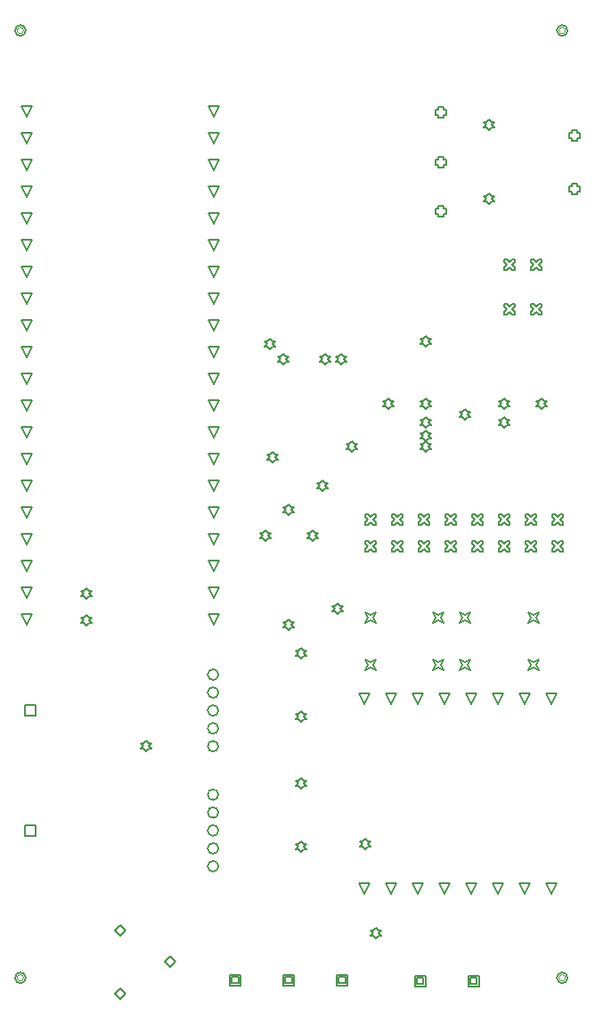
<source format=gbr>
%TF.GenerationSoftware,Altium Limited,Altium Designer,25.2.1 (25)*%
G04 Layer_Color=2752767*
%FSLAX43Y43*%
%MOMM*%
%TF.SameCoordinates,F457C3C9-6880-4064-B818-50B76E06CF19*%
%TF.FilePolarity,Positive*%
%TF.FileFunction,Drawing*%
%TF.Part,Single*%
G01*
G75*
%TA.AperFunction,NonConductor*%
%ADD61C,0.127*%
%ADD78C,0.169*%
%ADD79C,0.102*%
D61*
X47072Y3692D02*
Y4708D01*
X48088D01*
Y3692D01*
X47072D01*
X47275Y3895D02*
Y4505D01*
X47885D01*
Y3895D01*
X47275D01*
X41992Y3692D02*
Y4708D01*
X43008D01*
Y3692D01*
X41992D01*
X42195Y3895D02*
Y4505D01*
X42805D01*
Y3895D01*
X42195D01*
X24412Y3792D02*
Y4808D01*
X25428D01*
Y3792D01*
X24412D01*
X24615Y3995D02*
Y4605D01*
X25225D01*
Y3995D01*
X24615D01*
X29492Y3792D02*
Y4808D01*
X30508D01*
Y3792D01*
X29492D01*
X29695Y3995D02*
Y4605D01*
X30305D01*
Y3995D01*
X29695D01*
X34572Y3792D02*
Y4808D01*
X35588D01*
Y3792D01*
X34572D01*
X34775Y3995D02*
Y4605D01*
X35385D01*
Y3995D01*
X34775D01*
X4930Y17992D02*
Y19008D01*
X5945D01*
Y17992D01*
X4930D01*
Y29392D02*
Y30408D01*
X5945D01*
Y29392D01*
X4930D01*
X52482Y44992D02*
X52736D01*
X52990Y45246D01*
X53244Y44992D01*
X53498D01*
Y45246D01*
X53244Y45500D01*
X53498Y45754D01*
Y46008D01*
X53244D01*
X52990Y45754D01*
X52736Y46008D01*
X52482D01*
Y45754D01*
X52736Y45500D01*
X52482Y45246D01*
Y44992D01*
X55022D02*
X55276D01*
X55530Y45246D01*
X55784Y44992D01*
X56038D01*
Y45246D01*
X55784Y45500D01*
X56038Y45754D01*
Y46008D01*
X55784D01*
X55530Y45754D01*
X55276Y46008D01*
X55022D01*
Y45754D01*
X55276Y45500D01*
X55022Y45246D01*
Y44992D01*
X47402Y44992D02*
X47656D01*
X47910Y45246D01*
X48164Y44992D01*
X48418D01*
Y45246D01*
X48164Y45500D01*
X48418Y45754D01*
Y46008D01*
X48164D01*
X47910Y45754D01*
X47656Y46008D01*
X47402D01*
Y45754D01*
X47656Y45500D01*
X47402Y45246D01*
Y44992D01*
X49942D02*
X50196D01*
X50450Y45246D01*
X50704Y44992D01*
X50958D01*
Y45246D01*
X50704Y45500D01*
X50958Y45754D01*
Y46008D01*
X50704D01*
X50450Y45754D01*
X50196Y46008D01*
X49942D01*
Y45754D01*
X50196Y45500D01*
X49942Y45246D01*
Y44992D01*
X42322D02*
X42576D01*
X42830Y45246D01*
X43084Y44992D01*
X43338D01*
Y45246D01*
X43084Y45500D01*
X43338Y45754D01*
Y46008D01*
X43084D01*
X42830Y45754D01*
X42576Y46008D01*
X42322D01*
Y45754D01*
X42576Y45500D01*
X42322Y45246D01*
Y44992D01*
X44862D02*
X45116D01*
X45370Y45246D01*
X45624Y44992D01*
X45878D01*
Y45246D01*
X45624Y45500D01*
X45878Y45754D01*
Y46008D01*
X45624D01*
X45370Y45754D01*
X45116Y46008D01*
X44862D01*
Y45754D01*
X45116Y45500D01*
X44862Y45246D01*
Y44992D01*
X37242D02*
X37496D01*
X37750Y45246D01*
X38004Y44992D01*
X38258D01*
Y45246D01*
X38004Y45500D01*
X38258Y45754D01*
Y46008D01*
X38004D01*
X37750Y45754D01*
X37496Y46008D01*
X37242D01*
Y45754D01*
X37496Y45500D01*
X37242Y45246D01*
Y44992D01*
X39782D02*
X40036D01*
X40290Y45246D01*
X40544Y44992D01*
X40798D01*
Y45246D01*
X40544Y45500D01*
X40798Y45754D01*
Y46008D01*
X40544D01*
X40290Y45754D01*
X40036Y46008D01*
X39782D01*
Y45754D01*
X40036Y45500D01*
X39782Y45246D01*
Y44992D01*
X47402Y47532D02*
X47656D01*
X47910Y47786D01*
X48164Y47532D01*
X48418D01*
Y47786D01*
X48164Y48040D01*
X48418Y48294D01*
Y48548D01*
X48164D01*
X47910Y48294D01*
X47656Y48548D01*
X47402D01*
Y48294D01*
X47656Y48040D01*
X47402Y47786D01*
Y47532D01*
X44862Y47532D02*
X45116D01*
X45370Y47786D01*
X45624Y47532D01*
X45878D01*
Y47786D01*
X45624Y48040D01*
X45878Y48294D01*
Y48548D01*
X45624D01*
X45370Y48294D01*
X45116Y48548D01*
X44862D01*
Y48294D01*
X45116Y48040D01*
X44862Y47786D01*
Y47532D01*
X42322Y47532D02*
X42576D01*
X42830Y47786D01*
X43084Y47532D01*
X43338D01*
Y47786D01*
X43084Y48040D01*
X43338Y48294D01*
Y48548D01*
X43084D01*
X42830Y48294D01*
X42576Y48548D01*
X42322D01*
Y48294D01*
X42576Y48040D01*
X42322Y47786D01*
Y47532D01*
X39782D02*
X40036D01*
X40290Y47786D01*
X40544Y47532D01*
X40798D01*
Y47786D01*
X40544Y48040D01*
X40798Y48294D01*
Y48548D01*
X40544D01*
X40290Y48294D01*
X40036Y48548D01*
X39782D01*
Y48294D01*
X40036Y48040D01*
X39782Y47786D01*
Y47532D01*
X37242D02*
X37496D01*
X37750Y47786D01*
X38004Y47532D01*
X38258D01*
Y47786D01*
X38004Y48040D01*
X38258Y48294D01*
Y48548D01*
X38004D01*
X37750Y48294D01*
X37496Y48548D01*
X37242D01*
Y48294D01*
X37496Y48040D01*
X37242Y47786D01*
Y47532D01*
X49942Y47532D02*
X50196D01*
X50450Y47786D01*
X50704Y47532D01*
X50958D01*
Y47786D01*
X50704Y48040D01*
X50958Y48294D01*
Y48548D01*
X50704D01*
X50450Y48294D01*
X50196Y48548D01*
X49942D01*
Y48294D01*
X50196Y48040D01*
X49942Y47786D01*
Y47532D01*
X55022D02*
X55276D01*
X55530Y47786D01*
X55784Y47532D01*
X56038D01*
Y47786D01*
X55784Y48040D01*
X56038Y48294D01*
Y48548D01*
X55784D01*
X55530Y48294D01*
X55276Y48548D01*
X55022D01*
Y48294D01*
X55276Y48040D01*
X55022Y47786D01*
Y47532D01*
X52482D02*
X52736D01*
X52990Y47786D01*
X53244Y47532D01*
X53498D01*
Y47786D01*
X53244Y48040D01*
X53498Y48294D01*
Y48548D01*
X53244D01*
X52990Y48294D01*
X52736Y48548D01*
X52482D01*
Y48294D01*
X52736Y48040D01*
X52482Y47786D01*
Y47532D01*
X13492Y3000D02*
X14000Y3508D01*
X14508Y3000D01*
X14000Y2492D01*
X13492Y3000D01*
Y9000D02*
X14000Y9508D01*
X14508Y9000D01*
X14000Y8492D01*
X13492Y9000D01*
X18192Y6000D02*
X18700Y6508D01*
X19208Y6000D01*
X18700Y5492D01*
X18192Y6000D01*
X37220Y30472D02*
X36712Y31488D01*
X37728D01*
X37220Y30472D01*
X39760D02*
X39252Y31488D01*
X40268D01*
X39760Y30472D01*
X42300D02*
X41792Y31488D01*
X42808D01*
X42300Y30472D01*
X44840D02*
X44332Y31488D01*
X45348D01*
X44840Y30472D01*
X47380D02*
X46872Y31488D01*
X47888D01*
X47380Y30472D01*
X49920D02*
X49412Y31488D01*
X50428D01*
X49920Y30472D01*
X52460D02*
X51952Y31488D01*
X52968D01*
X52460Y30472D01*
X55000D02*
X54492Y31488D01*
X55508D01*
X55000Y30472D01*
X37220Y12492D02*
X36712Y13508D01*
X37728D01*
X37220Y12492D01*
X39760D02*
X39252Y13508D01*
X40268D01*
X39760Y12492D01*
X42300D02*
X41792Y13508D01*
X42808D01*
X42300Y12492D01*
X44840D02*
X44332Y13508D01*
X45348D01*
X44840Y12492D01*
X47380D02*
X46872Y13508D01*
X47888D01*
X47380Y12492D01*
X49920D02*
X49412Y13508D01*
X50428D01*
X49920Y12492D01*
X52460D02*
X51952Y13508D01*
X52968D01*
X52460Y12492D01*
X55000D02*
X54492Y13508D01*
X55508D01*
X55000Y12492D01*
X22890Y38082D02*
X22382Y39098D01*
X23398D01*
X22890Y38082D01*
Y40622D02*
X22382Y41638D01*
X23398D01*
X22890Y40622D01*
Y43162D02*
X22382Y44178D01*
X23398D01*
X22890Y43162D01*
Y45702D02*
X22382Y46718D01*
X23398D01*
X22890Y45702D01*
Y48242D02*
X22382Y49258D01*
X23398D01*
X22890Y48242D01*
Y50782D02*
X22382Y51798D01*
X23398D01*
X22890Y50782D01*
Y53322D02*
X22382Y54338D01*
X23398D01*
X22890Y53322D01*
Y55862D02*
X22382Y56878D01*
X23398D01*
X22890Y55862D01*
Y58402D02*
X22382Y59418D01*
X23398D01*
X22890Y58402D01*
Y60942D02*
X22382Y61958D01*
X23398D01*
X22890Y60942D01*
Y63482D02*
X22382Y64498D01*
X23398D01*
X22890Y63482D01*
Y66022D02*
X22382Y67038D01*
X23398D01*
X22890Y66022D01*
Y68562D02*
X22382Y69578D01*
X23398D01*
X22890Y68562D01*
Y71102D02*
X22382Y72118D01*
X23398D01*
X22890Y71102D01*
Y73642D02*
X22382Y74658D01*
X23398D01*
X22890Y73642D01*
Y76182D02*
X22382Y77198D01*
X23398D01*
X22890Y76182D01*
Y78722D02*
X22382Y79738D01*
X23398D01*
X22890Y78722D01*
Y81262D02*
X22382Y82278D01*
X23398D01*
X22890Y81262D01*
Y83802D02*
X22382Y84818D01*
X23398D01*
X22890Y83802D01*
Y86342D02*
X22382Y87358D01*
X23398D01*
X22890Y86342D01*
X5110D02*
X4602Y87358D01*
X5618D01*
X5110Y86342D01*
Y83802D02*
X4602Y84818D01*
X5618D01*
X5110Y83802D01*
Y81262D02*
X4602Y82278D01*
X5618D01*
X5110Y81262D01*
Y78722D02*
X4602Y79738D01*
X5618D01*
X5110Y78722D01*
Y76182D02*
X4602Y77198D01*
X5618D01*
X5110Y76182D01*
Y73642D02*
X4602Y74658D01*
X5618D01*
X5110Y73642D01*
Y71102D02*
X4602Y72118D01*
X5618D01*
X5110Y71102D01*
Y68562D02*
X4602Y69578D01*
X5618D01*
X5110Y68562D01*
Y66022D02*
X4602Y67038D01*
X5618D01*
X5110Y66022D01*
Y63482D02*
X4602Y64498D01*
X5618D01*
X5110Y63482D01*
Y60942D02*
X4602Y61958D01*
X5618D01*
X5110Y60942D01*
Y58402D02*
X4602Y59418D01*
X5618D01*
X5110Y58402D01*
Y55862D02*
X4602Y56878D01*
X5618D01*
X5110Y55862D01*
Y53322D02*
X4602Y54338D01*
X5618D01*
X5110Y53322D01*
Y50782D02*
X4602Y51798D01*
X5618D01*
X5110Y50782D01*
Y48242D02*
X4602Y49258D01*
X5618D01*
X5110Y48242D01*
Y45702D02*
X4602Y46718D01*
X5618D01*
X5110Y45702D01*
Y43162D02*
X4602Y44178D01*
X5618D01*
X5110Y43162D01*
Y40622D02*
X4602Y41638D01*
X5618D01*
X5110Y40622D01*
Y38082D02*
X4602Y39098D01*
X5618D01*
X5110Y38082D01*
X50492Y67492D02*
X50746D01*
X51000Y67746D01*
X51254Y67492D01*
X51508D01*
Y67746D01*
X51254Y68000D01*
X51508Y68254D01*
Y68508D01*
X51254D01*
X51000Y68254D01*
X50746Y68508D01*
X50492D01*
Y68254D01*
X50746Y68000D01*
X50492Y67746D01*
Y67492D01*
X53032D02*
X53286D01*
X53540Y67746D01*
X53794Y67492D01*
X54048D01*
Y67746D01*
X53794Y68000D01*
X54048Y68254D01*
Y68508D01*
X53794D01*
X53540Y68254D01*
X53286Y68508D01*
X53032D01*
Y68254D01*
X53286Y68000D01*
X53032Y67746D01*
Y67492D01*
X52742Y33742D02*
X52996Y34250D01*
X52742Y34758D01*
X53250Y34504D01*
X53758Y34758D01*
X53504Y34250D01*
X53758Y33742D01*
X53250Y33996D01*
X52742Y33742D01*
X46242D02*
X46496Y34250D01*
X46242Y34758D01*
X46750Y34504D01*
X47258Y34758D01*
X47004Y34250D01*
X47258Y33742D01*
X46750Y33996D01*
X46242Y33742D01*
X52742Y38242D02*
X52996Y38750D01*
X52742Y39258D01*
X53250Y39004D01*
X53758Y39258D01*
X53504Y38750D01*
X53758Y38242D01*
X53250Y38496D01*
X52742Y38242D01*
X46242D02*
X46496Y38750D01*
X46242Y39258D01*
X46750Y39004D01*
X47258Y39258D01*
X47004Y38750D01*
X47258Y38242D01*
X46750Y38496D01*
X46242Y38242D01*
X56946Y79206D02*
Y78952D01*
X57454D01*
Y79206D01*
X57708D01*
Y79714D01*
X57454D01*
Y79968D01*
X56946D01*
Y79714D01*
X56692D01*
Y79206D01*
X56946D01*
Y84286D02*
Y84032D01*
X57454D01*
Y84286D01*
X57708D01*
Y84794D01*
X57454D01*
Y85048D01*
X56946D01*
Y84794D01*
X56692D01*
Y84286D01*
X56946D01*
X44246Y77046D02*
Y76792D01*
X44754D01*
Y77046D01*
X45008D01*
Y77554D01*
X44754D01*
Y77808D01*
X44246D01*
Y77554D01*
X43992D01*
Y77046D01*
X44246D01*
Y81746D02*
Y81492D01*
X44754D01*
Y81746D01*
X45008D01*
Y82254D01*
X44754D01*
Y82508D01*
X44246D01*
Y82254D01*
X43992D01*
Y81746D01*
X44246D01*
Y86446D02*
Y86192D01*
X44754D01*
Y86446D01*
X45008D01*
Y86954D01*
X44754D01*
Y87208D01*
X44246D01*
Y86954D01*
X43992D01*
Y86446D01*
X44246D01*
X37242Y38242D02*
X37496Y38750D01*
X37242Y39258D01*
X37750Y39004D01*
X38258Y39258D01*
X38004Y38750D01*
X38258Y38242D01*
X37750Y38496D01*
X37242Y38242D01*
X43742D02*
X43996Y38750D01*
X43742Y39258D01*
X44250Y39004D01*
X44758Y39258D01*
X44504Y38750D01*
X44758Y38242D01*
X44250Y38496D01*
X43742Y38242D01*
X37242Y33742D02*
X37496Y34250D01*
X37242Y34758D01*
X37750Y34504D01*
X38258Y34758D01*
X38004Y34250D01*
X38258Y33742D01*
X37750Y33996D01*
X37242Y33742D01*
X43742D02*
X43996Y34250D01*
X43742Y34758D01*
X44250Y34504D01*
X44758Y34758D01*
X44504Y34250D01*
X44758Y33742D01*
X44250Y33996D01*
X43742Y33742D01*
X53032Y71742D02*
X53286D01*
X53540Y71996D01*
X53794Y71742D01*
X54048D01*
Y71996D01*
X53794Y72250D01*
X54048Y72504D01*
Y72758D01*
X53794D01*
X53540Y72504D01*
X53286Y72758D01*
X53032D01*
Y72504D01*
X53286Y72250D01*
X53032Y71996D01*
Y71742D01*
X50492D02*
X50746D01*
X51000Y71996D01*
X51254Y71742D01*
X51508D01*
Y71996D01*
X51254Y72250D01*
X51508Y72504D01*
Y72758D01*
X51254D01*
X51000Y72504D01*
X50746Y72758D01*
X50492D01*
Y72504D01*
X50746Y72250D01*
X50492Y71996D01*
Y71742D01*
X49000Y84992D02*
X49254Y85246D01*
X49508D01*
X49254Y85500D01*
X49508Y85754D01*
X49254D01*
X49000Y86008D01*
X48746Y85754D01*
X48492D01*
X48746Y85500D01*
X48492Y85246D01*
X48746D01*
X49000Y84992D01*
Y77992D02*
X49254Y78246D01*
X49508D01*
X49254Y78500D01*
X49508Y78754D01*
X49254D01*
X49000Y79008D01*
X48746Y78754D01*
X48492D01*
X48746Y78500D01*
X48492Y78246D01*
X48746D01*
X49000Y77992D01*
X43000Y64492D02*
X43254Y64746D01*
X43508D01*
X43254Y65000D01*
X43508Y65254D01*
X43254D01*
X43000Y65508D01*
X42746Y65254D01*
X42492D01*
X42746Y65000D01*
X42492Y64746D01*
X42746D01*
X43000Y64492D01*
X31150Y28842D02*
X31404Y29096D01*
X31658D01*
X31404Y29350D01*
X31658Y29604D01*
X31404D01*
X31150Y29858D01*
X30896Y29604D01*
X30642D01*
X30896Y29350D01*
X30642Y29096D01*
X30896D01*
X31150Y28842D01*
Y34842D02*
X31404Y35096D01*
X31658D01*
X31404Y35350D01*
X31658Y35604D01*
X31404D01*
X31150Y35858D01*
X30896Y35604D01*
X30642D01*
X30896Y35350D01*
X30642Y35096D01*
X30896D01*
X31150Y34842D01*
Y16442D02*
X31404Y16696D01*
X31658D01*
X31404Y16950D01*
X31658Y17204D01*
X31404D01*
X31150Y17458D01*
X30896Y17204D01*
X30642D01*
X30896Y16950D01*
X30642Y16696D01*
X30896D01*
X31150Y16442D01*
Y22442D02*
X31404Y22696D01*
X31658D01*
X31404Y22950D01*
X31658Y23204D01*
X31404D01*
X31150Y23458D01*
X30896Y23204D01*
X30642D01*
X30896Y22950D01*
X30642Y22696D01*
X30896D01*
X31150Y22442D01*
X28250Y64242D02*
X28504Y64496D01*
X28758D01*
X28504Y64750D01*
X28758Y65004D01*
X28504D01*
X28250Y65258D01*
X27996Y65004D01*
X27742D01*
X27996Y64750D01*
X27742Y64496D01*
X27996D01*
X28250Y64242D01*
X35000Y62742D02*
X35254Y62996D01*
X35508D01*
X35254Y63250D01*
X35508Y63504D01*
X35254D01*
X35000Y63758D01*
X34746Y63504D01*
X34492D01*
X34746Y63250D01*
X34492Y62996D01*
X34746D01*
X35000Y62742D01*
X36000Y54492D02*
X36254Y54746D01*
X36508D01*
X36254Y55000D01*
X36508Y55254D01*
X36254D01*
X36000Y55508D01*
X35746Y55254D01*
X35492D01*
X35746Y55000D01*
X35492Y54746D01*
X35746D01*
X36000Y54492D01*
X30000Y48492D02*
X30254Y48746D01*
X30508D01*
X30254Y49000D01*
X30508Y49254D01*
X30254D01*
X30000Y49508D01*
X29746Y49254D01*
X29492D01*
X29746Y49000D01*
X29492Y48746D01*
X29746D01*
X30000Y48492D01*
X32250Y45992D02*
X32504Y46246D01*
X32758D01*
X32504Y46500D01*
X32758Y46754D01*
X32504D01*
X32250Y47008D01*
X31996Y46754D01*
X31742D01*
X31996Y46500D01*
X31742Y46246D01*
X31996D01*
X32250Y45992D01*
X27750D02*
X28004Y46246D01*
X28258D01*
X28004Y46500D01*
X28258Y46754D01*
X28004D01*
X27750Y47008D01*
X27496Y46754D01*
X27242D01*
X27496Y46500D01*
X27242Y46246D01*
X27496D01*
X27750Y45992D01*
X33250Y50742D02*
X33504Y50996D01*
X33758D01*
X33504Y51250D01*
X33758Y51504D01*
X33504D01*
X33250Y51758D01*
X32996Y51504D01*
X32742D01*
X32996Y51250D01*
X32742Y50996D01*
X32996D01*
X33250Y50742D01*
X33500Y62742D02*
X33754Y62996D01*
X34008D01*
X33754Y63250D01*
X34008Y63504D01*
X33754D01*
X33500Y63758D01*
X33246Y63504D01*
X32992D01*
X33246Y63250D01*
X32992Y62996D01*
X33246D01*
X33500Y62742D01*
X29500D02*
X29754Y62996D01*
X30008D01*
X29754Y63250D01*
X30008Y63504D01*
X29754D01*
X29500Y63758D01*
X29246Y63504D01*
X28992D01*
X29246Y63250D01*
X28992Y62996D01*
X29246D01*
X29500Y62742D01*
X28500Y53492D02*
X28754Y53746D01*
X29008D01*
X28754Y54000D01*
X29008Y54254D01*
X28754D01*
X28500Y54508D01*
X28246Y54254D01*
X27992D01*
X28246Y54000D01*
X27992Y53746D01*
X28246D01*
X28500Y53492D01*
X10750Y40492D02*
X11004Y40746D01*
X11258D01*
X11004Y41000D01*
X11258Y41254D01*
X11004D01*
X10750Y41508D01*
X10496Y41254D01*
X10242D01*
X10496Y41000D01*
X10242Y40746D01*
X10496D01*
X10750Y40492D01*
Y37992D02*
X11004Y38246D01*
X11258D01*
X11004Y38500D01*
X11258Y38754D01*
X11004D01*
X10750Y39008D01*
X10496Y38754D01*
X10242D01*
X10496Y38500D01*
X10242Y38246D01*
X10496D01*
X10750Y37992D01*
X38250Y8242D02*
X38504Y8496D01*
X38758D01*
X38504Y8750D01*
X38758Y9004D01*
X38504D01*
X38250Y9258D01*
X37996Y9004D01*
X37742D01*
X37996Y8750D01*
X37742Y8496D01*
X37996D01*
X38250Y8242D01*
X37250Y16742D02*
X37504Y16996D01*
X37758D01*
X37504Y17250D01*
X37758Y17504D01*
X37504D01*
X37250Y17758D01*
X36996Y17504D01*
X36742D01*
X36996Y17250D01*
X36742Y16996D01*
X36996D01*
X37250Y16742D01*
X46750Y57492D02*
X47004Y57746D01*
X47258D01*
X47004Y58000D01*
X47258Y58254D01*
X47004D01*
X46750Y58508D01*
X46496Y58254D01*
X46242D01*
X46496Y58000D01*
X46242Y57746D01*
X46496D01*
X46750Y57492D01*
X54000Y58492D02*
X54254Y58746D01*
X54508D01*
X54254Y59000D01*
X54508Y59254D01*
X54254D01*
X54000Y59508D01*
X53746Y59254D01*
X53492D01*
X53746Y59000D01*
X53492Y58746D01*
X53746D01*
X54000Y58492D01*
X39500D02*
X39754Y58746D01*
X40008D01*
X39754Y59000D01*
X40008Y59254D01*
X39754D01*
X39500Y59508D01*
X39246Y59254D01*
X38992D01*
X39246Y59000D01*
X38992Y58746D01*
X39246D01*
X39500Y58492D01*
X43000Y54492D02*
X43254Y54746D01*
X43508D01*
X43254Y55000D01*
X43508Y55254D01*
X43254D01*
X43000Y55508D01*
X42746Y55254D01*
X42492D01*
X42746Y55000D01*
X42492Y54746D01*
X42746D01*
X43000Y54492D01*
Y55492D02*
X43254Y55746D01*
X43508D01*
X43254Y56000D01*
X43508Y56254D01*
X43254D01*
X43000Y56508D01*
X42746Y56254D01*
X42492D01*
X42746Y56000D01*
X42492Y55746D01*
X42746D01*
X43000Y55492D01*
X50500Y58492D02*
X50754Y58746D01*
X51008D01*
X50754Y59000D01*
X51008Y59254D01*
X50754D01*
X50500Y59508D01*
X50246Y59254D01*
X49992D01*
X50246Y59000D01*
X49992Y58746D01*
X50246D01*
X50500Y58492D01*
X43000D02*
X43254Y58746D01*
X43508D01*
X43254Y59000D01*
X43508Y59254D01*
X43254D01*
X43000Y59508D01*
X42746Y59254D01*
X42492D01*
X42746Y59000D01*
X42492Y58746D01*
X42746D01*
X43000Y58492D01*
Y56742D02*
X43254Y56996D01*
X43508D01*
X43254Y57250D01*
X43508Y57504D01*
X43254D01*
X43000Y57758D01*
X42746Y57504D01*
X42492D01*
X42746Y57250D01*
X42492Y56996D01*
X42746D01*
X43000Y56742D01*
X50500D02*
X50754Y56996D01*
X51008D01*
X50754Y57250D01*
X51008Y57504D01*
X50754D01*
X50500Y57758D01*
X50246Y57504D01*
X49992D01*
X50246Y57250D01*
X49992Y56996D01*
X50246D01*
X50500Y56742D01*
X16438Y25992D02*
X16691Y26246D01*
X16945D01*
X16691Y26500D01*
X16945Y26754D01*
X16691D01*
X16438Y27008D01*
X16184Y26754D01*
X15929D01*
X16184Y26500D01*
X15929Y26246D01*
X16184D01*
X16438Y25992D01*
X30000Y37492D02*
X30254Y37746D01*
X30508D01*
X30254Y38000D01*
X30508Y38254D01*
X30254D01*
X30000Y38508D01*
X29746Y38254D01*
X29492D01*
X29746Y38000D01*
X29492Y37746D01*
X29746D01*
X30000Y37492D01*
X34650Y39092D02*
X34904Y39346D01*
X35158D01*
X34904Y39600D01*
X35158Y39854D01*
X34904D01*
X34650Y40108D01*
X34396Y39854D01*
X34142D01*
X34396Y39600D01*
X34142Y39346D01*
X34396D01*
X34650Y39092D01*
D78*
X23320Y15100D02*
G03*
X23320Y15100I-508J0D01*
G01*
Y16800D02*
G03*
X23320Y16800I-508J0D01*
G01*
Y20200D02*
G03*
X23320Y20200I-508J0D01*
G01*
Y21900D02*
G03*
X23320Y21900I-508J0D01*
G01*
Y18500D02*
G03*
X23320Y18500I-508J0D01*
G01*
Y26500D02*
G03*
X23320Y26500I-508J0D01*
G01*
Y28200D02*
G03*
X23320Y28200I-508J0D01*
G01*
Y31600D02*
G03*
X23320Y31600I-508J0D01*
G01*
Y33300D02*
G03*
X23320Y33300I-508J0D01*
G01*
Y29900D02*
G03*
X23320Y29900I-508J0D01*
G01*
X5008Y94500D02*
G03*
X5008Y94500I-508J0D01*
G01*
X56508D02*
G03*
X56508Y94500I-508J0D01*
G01*
X5008Y4500D02*
G03*
X5008Y4500I-508J0D01*
G01*
X56508D02*
G03*
X56508Y4500I-508J0D01*
G01*
D79*
X4805Y94500D02*
G03*
X4805Y94500I-305J0D01*
G01*
X56305D02*
G03*
X56305Y94500I-305J0D01*
G01*
X4805Y4500D02*
G03*
X4805Y4500I-305J0D01*
G01*
X56305D02*
G03*
X56305Y4500I-305J0D01*
G01*
%TF.MD5,4b1b1603db8fe2a9a0d49b89af9c818e*%
M02*

</source>
